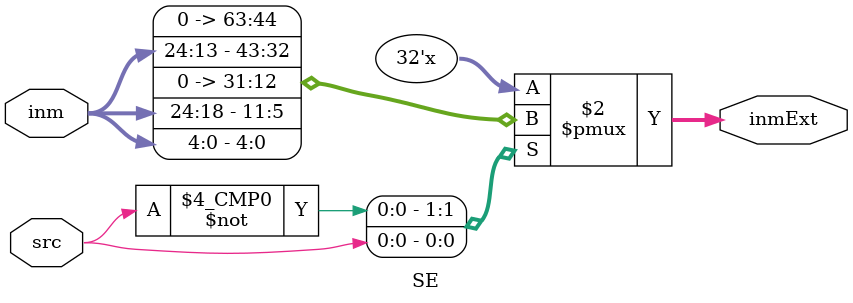
<source format=v>
/*
Unidad de generador de datos (Sign extended): es un circuito combinacional que genera el campo 
de dato inmediato, de 12 ó 20 bits, para las instrucciones aritméticas, lógicas, carga, 
almacenamiento, y saltos. Reorganiza la información del campo inmediato, de 
acuerdo con el código de operación, para ser utilizada por el procesador para 
ejecutar la instrucción correspondiente. 
Estas tareas involucran reordenar los bits, completar con 0 y desplazar el dato 
resultante de acuerdo al tipo de operación.
*/

module SE(
    input wire [24:0]   inm,        // Dato a extender 
    input wire          src,        // Tipo de instrucción a ejecutar 
    output reg [31:0]  inmExt     // Dato extendido
);

    always @(*) begin
        case (src)
            1'b0: // Tipo I
                inmExt = {20'b0, inm[24:13]};
            1'b1: // Tipo S
                inmExt = {20'b0, inm[24:18], inm[4:0]};
            /*
            3'b010: // Tipo B
                inmExt = {{19{inm[25]}}, inm[25], inm[7],
                 inm[30:25], inm[11:8], 1'b0};
            3'b011: // Tipo J
                inmExt = {{11{inm[25]}}, inm[25], inm[19:12], 
                inm[20], inm[30:21], 1'b0};
            3'b011: // Tipo U 
                inmExt = {inm[25:12], 12'b0};
            */
            default:
                inmExt = 32'b0; //por si las moscas 
        endcase
    end
endmodule
</source>
